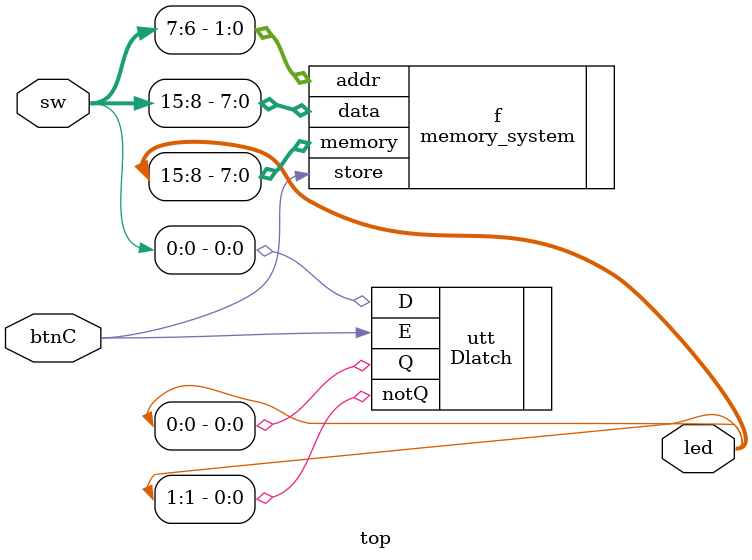
<source format=v>
module top(

    input [15:0]sw, 
    input btnC,
    output [15:0] led
 );
 
 
    Dlatch utt(
    
    .E(btnC),
    .D(sw[0]),
    .Q(led[0]),
    .notQ(led[1])
    
    );
    
    
    memory_system f(
    
    .data(sw[15:8]),
    .store(btnC),
    .addr(sw[7:6]),
    .memory(led[15:8])
    
);
 
 
endmodule

</source>
